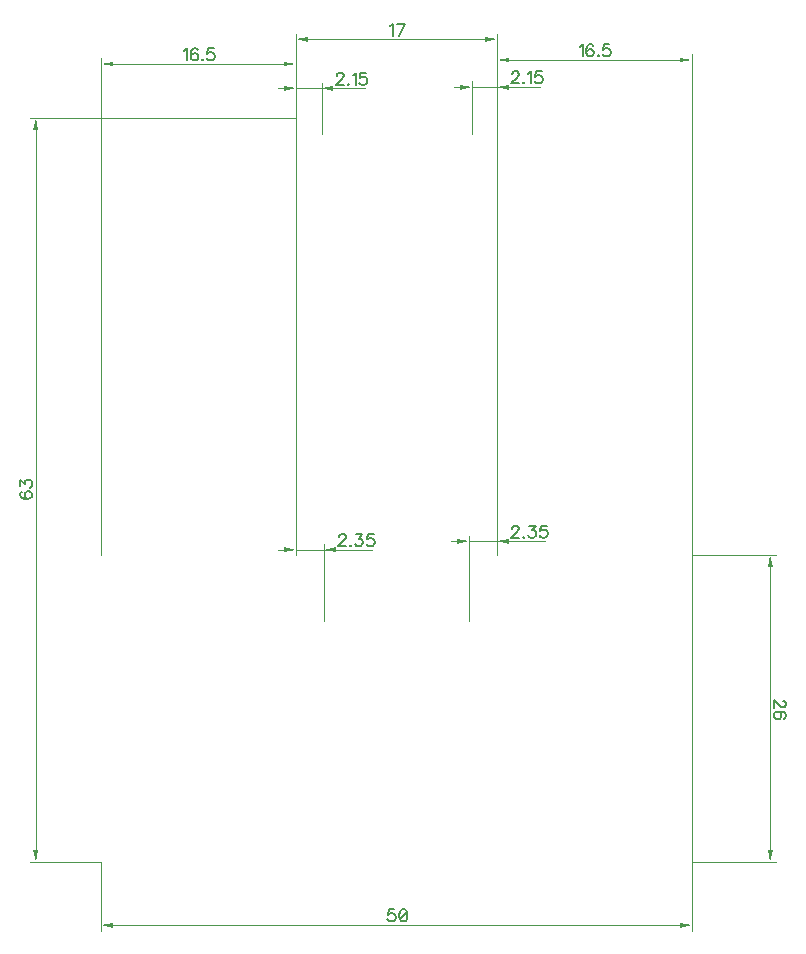
<source format=gbr>
G04 DipTrace 3.0.0.1*
G04 TopDimension.gbr*
%MOIN*%
G04 #@! TF.FileFunction,Drawing,Top*
G04 #@! TF.Part,Single*
%ADD13C,0.001496*%
%ADD78C,0.006176*%
%FSLAX26Y26*%
G04*
G70*
G90*
G75*
G01*
G04 TopDimension*
%LPD*%
X393701Y1417323D2*
D13*
Y3073753D1*
X1043307Y1417323D2*
Y3073753D1*
X718504Y3054068D2*
X433071D1*
G36*
X393701D2*
X433071Y3061942D1*
Y3046194D1*
X393701Y3054068D1*
G37*
X718504D2*
D13*
X1003937D1*
G36*
X1043307D2*
X1003937Y3046194D1*
Y3061942D1*
X1043307Y3054068D1*
G37*
X2362205Y393701D2*
D13*
Y3086877D1*
X1712598Y1417323D2*
Y3086877D1*
X2037402Y3067192D2*
X2322835D1*
G36*
X2362205D2*
X2322835Y3059318D1*
Y3075066D1*
X2362205Y3067192D1*
G37*
X2037402D2*
D13*
X1751969D1*
G36*
X1712598D2*
X1751969Y3075066D1*
Y3059318D1*
X1712598Y3067192D1*
G37*
X1043307Y2874016D2*
D13*
Y3155774D1*
X1712598Y2874016D2*
Y3155774D1*
X1377953Y3136089D2*
X1082677D1*
G36*
X1043307D2*
X1082677Y3143963D1*
Y3128215D1*
X1043307Y3136089D1*
G37*
X1377953D2*
D13*
X1673228D1*
G36*
X1712598D2*
X1673228Y3128215D1*
Y3143963D1*
X1712598Y3136089D1*
G37*
X1128084Y2821522D2*
D13*
Y2992257D1*
X1043307Y2874016D2*
Y2992257D1*
Y2972572D2*
X1128084D1*
X984252D2*
X1003937D1*
G36*
X1043307D2*
X1003937Y2964698D1*
Y2980446D1*
X1043307Y2972572D1*
G37*
X1187139D2*
D13*
X1167454D1*
G36*
X1128084D2*
X1167454Y2980446D1*
Y2964698D1*
X1128084Y2972572D1*
G37*
X1271539D2*
D13*
X1128084D1*
X1628084Y2821522D2*
Y2996719D1*
X1712598Y2874016D2*
Y2996719D1*
X1628084Y2977034D2*
X1712598D1*
X1569029D2*
X1588714D1*
G36*
X1628084D2*
X1588714Y2969160D1*
Y2984908D1*
X1628084Y2977034D1*
G37*
X1771654D2*
D13*
X1751969D1*
G36*
X1712598D2*
X1751969Y2984908D1*
Y2969160D1*
X1712598Y2977034D1*
G37*
X1856054D2*
D13*
X1712598D1*
X1135909Y1196362D2*
Y1454462D1*
X1043307Y1417323D2*
Y1454462D1*
Y1434777D2*
X1135909D1*
X984252D2*
X1003937D1*
G36*
X1043307D2*
X1003937Y1426903D1*
Y1442651D1*
X1043307Y1434777D1*
G37*
X1194965D2*
D13*
X1175280D1*
G36*
X1135909D2*
X1175280Y1442651D1*
Y1426903D1*
X1135909Y1434777D1*
G37*
X1296564D2*
D13*
X1135909D1*
X1620159Y1196362D2*
Y1482546D1*
X1712598Y1417323D2*
Y1482546D1*
X1620159Y1462861D2*
X1712598D1*
X1561104D2*
X1580789D1*
G36*
X1620159D2*
X1580789Y1454987D1*
Y1470735D1*
X1620159Y1462861D1*
G37*
X1771654D2*
D13*
X1751969D1*
G36*
X1712598D2*
X1751969Y1470735D1*
Y1454987D1*
X1712598Y1462861D1*
G37*
X1873253D2*
D13*
X1712598D1*
X1043307Y2874016D2*
X156168D1*
X393701Y393701D2*
X156168D1*
X175853Y1633858D2*
Y2834646D1*
G36*
Y2874016D2*
X183727Y2834646D1*
X167979D1*
X175853Y2874016D1*
G37*
Y1633858D2*
D13*
Y433071D1*
G36*
Y393701D2*
X167979Y433071D1*
X183727D1*
X175853Y393701D1*
G37*
X393701D2*
D13*
Y164042D1*
X2362205Y393701D2*
Y164042D1*
X1377953Y183727D2*
X433071D1*
G36*
X393701D2*
X433071Y191601D1*
Y175853D1*
X393701Y183727D1*
G37*
X1377953D2*
D13*
X2322835D1*
G36*
X2362205D2*
X2322835Y175853D1*
Y191601D1*
X2362205Y183727D1*
G37*
Y1417323D2*
D13*
X2643438D1*
X2362205Y393701D2*
X2643438D1*
X2623753Y905512D2*
Y1377953D1*
G36*
Y1417323D2*
X2631627Y1377953D1*
X2615879D1*
X2623753Y1417323D1*
G37*
Y905512D2*
D13*
Y433071D1*
G36*
Y393701D2*
X2615879Y433071D1*
X2631627D1*
X2623753Y393701D1*
G37*
X670522Y3098777D2*
D78*
X674369Y3100723D1*
X680117Y3106427D1*
Y3066279D1*
X715416Y3100723D2*
X713515Y3104526D1*
X707767Y3106427D1*
X703964D1*
X698216Y3104526D1*
X694369Y3098777D1*
X692468Y3089227D1*
Y3079676D1*
X694369Y3072027D1*
X698216Y3068180D1*
X703964Y3066279D1*
X705866D1*
X711569Y3068180D1*
X715416Y3072027D1*
X717317Y3077775D1*
Y3079676D1*
X715416Y3085424D1*
X711569Y3089227D1*
X705866Y3091128D1*
X703964D1*
X698216Y3089227D1*
X694369Y3085424D1*
X692468Y3079676D1*
X731570Y3070126D2*
X729669Y3068180D1*
X731570Y3066279D1*
X733516Y3068180D1*
X731570Y3070126D1*
X768815Y3106427D2*
X749714D1*
X747812Y3089227D1*
X749714Y3091128D1*
X755462Y3093074D1*
X761166D1*
X766914Y3091128D1*
X770760Y3087326D1*
X772662Y3081578D1*
Y3077775D1*
X770760Y3072027D1*
X766914Y3068180D1*
X761166Y3066279D1*
X755462D1*
X749714Y3068180D1*
X747812Y3070126D1*
X745867Y3073928D1*
X1989420Y3111901D2*
X1993266Y3113846D1*
X1999014Y3119550D1*
Y3079402D1*
X2034314Y3113846D2*
X2032412Y3117649D1*
X2026664Y3119550D1*
X2022862D1*
X2017114Y3117649D1*
X2013267Y3111901D1*
X2011366Y3102350D1*
Y3092800D1*
X2013267Y3085150D1*
X2017114Y3081304D1*
X2022862Y3079402D1*
X2024763D1*
X2030467Y3081304D1*
X2034314Y3085150D1*
X2036215Y3090898D1*
Y3092800D1*
X2034314Y3098548D1*
X2030467Y3102350D1*
X2024763Y3104252D1*
X2022862D1*
X2017114Y3102350D1*
X2013267Y3098548D1*
X2011366Y3092800D1*
X2050468Y3083249D2*
X2048566Y3081304D1*
X2050468Y3079402D1*
X2052413Y3081304D1*
X2050468Y3083249D1*
X2087712Y3119550D2*
X2068611D1*
X2066710Y3102350D1*
X2068611Y3104252D1*
X2074359Y3106197D1*
X2080063D1*
X2085811Y3104252D1*
X2089658Y3100449D1*
X2091559Y3094701D1*
Y3090898D1*
X2089658Y3085150D1*
X2085811Y3081304D1*
X2080063Y3079402D1*
X2074359D1*
X2068611Y3081304D1*
X2066710Y3083249D1*
X2064765Y3087052D1*
X1356670Y3180798D2*
X1360517Y3182744D1*
X1366265Y3188448D1*
Y3148300D1*
X1386266D2*
X1405411Y3188448D1*
X1378616D1*
X1178663Y3015380D2*
Y3017281D1*
X1180564Y3021128D1*
X1182466Y3023029D1*
X1186312Y3024931D1*
X1193962D1*
X1197764Y3023029D1*
X1199666Y3021128D1*
X1201611Y3017281D1*
Y3013479D1*
X1199666Y3009632D1*
X1195863Y3003928D1*
X1176718Y2984783D1*
X1203512D1*
X1217765Y2988630D2*
X1215864Y2986684D1*
X1217765Y2984783D1*
X1219710Y2986684D1*
X1217765Y2988630D1*
X1232062Y3017281D2*
X1235909Y3019227D1*
X1241657Y3024931D1*
Y2984783D1*
X1276956Y3024931D2*
X1257855D1*
X1255954Y3007731D1*
X1257855Y3009632D1*
X1263603Y3011578D1*
X1269307D1*
X1275055Y3009632D1*
X1278901Y3005830D1*
X1280803Y3000082D1*
Y2996279D1*
X1278901Y2990531D1*
X1275055Y2986684D1*
X1269307Y2984783D1*
X1263603D1*
X1257855Y2986684D1*
X1255954Y2988630D1*
X1254008Y2992432D1*
X1763178Y3019842D2*
Y3021743D1*
X1765079Y3025590D1*
X1766980Y3027491D1*
X1770827Y3029393D1*
X1778476D1*
X1782279Y3027491D1*
X1784180Y3025590D1*
X1786125Y3021743D1*
Y3017941D1*
X1784180Y3014094D1*
X1780377Y3008390D1*
X1761232Y2989245D1*
X1788027D1*
X1802279Y2993092D2*
X1800378Y2991146D1*
X1802279Y2989245D1*
X1804225Y2991146D1*
X1802279Y2993092D1*
X1816576Y3021743D2*
X1820423Y3023689D1*
X1826171Y3029393D1*
Y2989245D1*
X1861470Y3029393D2*
X1842369D1*
X1840468Y3012193D1*
X1842369Y3014094D1*
X1848117Y3016040D1*
X1853821D1*
X1859569Y3014094D1*
X1863416Y3010292D1*
X1865317Y3004543D1*
Y3000741D1*
X1863416Y2994993D1*
X1859569Y2991146D1*
X1853821Y2989245D1*
X1848117D1*
X1842369Y2991146D1*
X1840468Y2993092D1*
X1838522Y2996894D1*
X1186489Y1477585D2*
Y1479486D1*
X1188390Y1483333D1*
X1190291Y1485234D1*
X1194138Y1487135D1*
X1201787D1*
X1205590Y1485234D1*
X1207491Y1483333D1*
X1209436Y1479486D1*
Y1475684D1*
X1207491Y1471837D1*
X1203688Y1466133D1*
X1184543Y1446988D1*
X1211338D1*
X1225590Y1450834D2*
X1223689Y1448889D1*
X1225590Y1446988D1*
X1227536Y1448889D1*
X1225590Y1450834D1*
X1243734Y1487135D2*
X1264736D1*
X1253285Y1471837D1*
X1259033D1*
X1262835Y1469936D1*
X1264736Y1468034D1*
X1266682Y1462286D1*
Y1458484D1*
X1264736Y1452736D1*
X1260934Y1448889D1*
X1255186Y1446988D1*
X1249438D1*
X1243734Y1448889D1*
X1241833Y1450834D1*
X1239887Y1454637D1*
X1301981Y1487135D2*
X1282880D1*
X1280979Y1469936D1*
X1282880Y1471837D1*
X1288628Y1473782D1*
X1294332D1*
X1300080Y1471837D1*
X1303927Y1468034D1*
X1305828Y1462286D1*
Y1458484D1*
X1303927Y1452736D1*
X1300080Y1448889D1*
X1294332Y1446988D1*
X1288628D1*
X1282880Y1448889D1*
X1280979Y1450834D1*
X1279033Y1454637D1*
X1763178Y1505669D2*
Y1507570D1*
X1765079Y1511417D1*
X1766980Y1513318D1*
X1770827Y1515219D1*
X1778476D1*
X1782279Y1513318D1*
X1784180Y1511417D1*
X1786125Y1507570D1*
Y1503768D1*
X1784180Y1499921D1*
X1780377Y1494217D1*
X1761232Y1475072D1*
X1788027D1*
X1802279Y1478918D2*
X1800378Y1476973D1*
X1802279Y1475072D1*
X1804225Y1476973D1*
X1802279Y1478918D1*
X1820423Y1515219D2*
X1841425D1*
X1829974Y1499921D1*
X1835722D1*
X1839524Y1498020D1*
X1841425Y1496118D1*
X1843371Y1490370D1*
Y1486568D1*
X1841425Y1480820D1*
X1837623Y1476973D1*
X1831875Y1475072D1*
X1826127D1*
X1820423Y1476973D1*
X1818522Y1478918D1*
X1816576Y1482721D1*
X1878670Y1515219D2*
X1859569D1*
X1857668Y1498020D1*
X1859569Y1499921D1*
X1865317Y1501866D1*
X1871021D1*
X1876769Y1499921D1*
X1880616Y1496118D1*
X1882517Y1490370D1*
Y1486568D1*
X1880616Y1480820D1*
X1876769Y1476973D1*
X1871021Y1475072D1*
X1865317D1*
X1859569Y1476973D1*
X1857668Y1478918D1*
X1855722Y1482721D1*
X129198Y1627896D2*
X125396Y1625995D1*
X123494Y1620247D1*
Y1616445D1*
X125396Y1610697D1*
X131144Y1606850D1*
X140694Y1604948D1*
X150245D1*
X157894Y1606850D1*
X161741Y1610697D1*
X163642Y1616445D1*
Y1618346D1*
X161741Y1624050D1*
X157894Y1627896D1*
X152146Y1629798D1*
X150245D1*
X144497Y1627896D1*
X140694Y1624050D1*
X138793Y1618346D1*
Y1616445D1*
X140694Y1610697D1*
X144497Y1606850D1*
X150245Y1604948D1*
X123494Y1645996D2*
Y1666998D1*
X138793Y1655546D1*
Y1661294D1*
X140694Y1665097D1*
X142596Y1666998D1*
X148344Y1668944D1*
X152146D1*
X157894Y1666998D1*
X161741Y1663196D1*
X163642Y1657448D1*
Y1651700D1*
X161741Y1645996D1*
X159796Y1644095D1*
X155993Y1642149D1*
X1371018Y236086D2*
X1351917D1*
X1350016Y218886D1*
X1351917Y220787D1*
X1357665Y222732D1*
X1363369D1*
X1369117Y220787D1*
X1372964Y216984D1*
X1374865Y211236D1*
Y207434D1*
X1372964Y201686D1*
X1369117Y197839D1*
X1363369Y195938D1*
X1357665D1*
X1351917Y197839D1*
X1350016Y199785D1*
X1348070Y203587D1*
X1398712Y236086D2*
X1392964Y234184D1*
X1389118Y228436D1*
X1387216Y218886D1*
Y213138D1*
X1389118Y203587D1*
X1392964Y197839D1*
X1398712Y195938D1*
X1402515D1*
X1408263Y197839D1*
X1412065Y203587D1*
X1414011Y213138D1*
Y218886D1*
X1412065Y228436D1*
X1408263Y234184D1*
X1402515Y236086D1*
X1398712D1*
X1412065Y228436D2*
X1389118Y203587D1*
X2666561Y932476D2*
X2668463D1*
X2672309Y930575D1*
X2674211Y928674D1*
X2676112Y924827D1*
Y917177D1*
X2674211Y913375D1*
X2672309Y911474D1*
X2668463Y909528D1*
X2664660D1*
X2660813Y911474D1*
X2655109Y915276D1*
X2635964Y934422D1*
Y907627D1*
X2670408Y872328D2*
X2674211Y874229D1*
X2676112Y879977D1*
Y883779D1*
X2674211Y889527D1*
X2668463Y893374D1*
X2658912Y895276D1*
X2649361D1*
X2641712Y893374D1*
X2637865Y889527D1*
X2635964Y883779D1*
Y881878D1*
X2637865Y876174D1*
X2641712Y872328D1*
X2647460Y870426D1*
X2649361D1*
X2655109Y872328D1*
X2658912Y876174D1*
X2660813Y881878D1*
Y883779D1*
X2658912Y889527D1*
X2655109Y893374D1*
X2649361Y895276D1*
M02*

</source>
